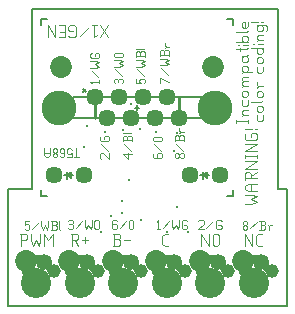
<source format=gbr>
G04 This is an RS-274x file exported by *
G04 gerbv version 2.7.0 *
G04 More information is available about gerbv at *
G04 http://gerbv.geda-project.org/ *
G04 --End of header info--*
%MOIN*%
%FSLAX36Y36*%
%IPPOS*%
G04 --Define apertures--*
%ADD10C,0.0060*%
%ADD11C,0.0030*%
%ADD12C,0.0040*%
%ADD13C,0.0050*%
%ADD14C,0.0100*%
%ADD15C,0.0250*%
%ADD16C,0.1005*%
%ADD17C,0.0729*%
%ADD18C,0.0532*%
%ADD19C,0.0454*%
%ADD20C,0.1162*%
%ADD21C,0.0572*%
%ADD22C,0.0790*%
%ADD23C,0.0490*%
%ADD24C,0.0300*%
%ADD25C,0.0200*%
%ADD26C,0.0510*%
%ADD27C,0.0940*%
%ADD28C,0.0350*%
%ADD29C,0.0130*%
G04 --Start main section--*
G54D10*
G01X0307530Y0727620D02*
G01X0291780Y0743370D01*
G01X0307530Y0743370D02*
G01X0291780Y0727620D01*
G54D11*
G01X0230920Y0533940D02*
G01X0245920Y0533940D01*
G01X0238420Y0563940D02*
G01X0238420Y0533940D01*
G01X0206920Y0533940D02*
G01X0221920Y0533940D01*
G01X0221920Y0548940D02*
G01X0221920Y0533940D01*
G01X0221920Y0548940D02*
G01X0218170Y0545190D01*
G01X0210670Y0545190D02*
G01X0218170Y0545190D01*
G01X0210670Y0545190D02*
G01X0206920Y0548940D01*
G01X0206920Y0560190D02*
G01X0206920Y0548940D01*
G01X0210670Y0563940D02*
G01X0206920Y0560190D01*
G01X0210670Y0563940D02*
G01X0218170Y0563940D01*
G01X0221920Y0560190D02*
G01X0218170Y0563940D01*
G01X0186670Y0533940D02*
G01X0182920Y0537690D01*
G01X0186670Y0533940D02*
G01X0194170Y0533940D01*
G01X0197920Y0537690D02*
G01X0194170Y0533940D01*
G01X0197920Y0560190D02*
G01X0197920Y0537690D01*
G01X0197920Y0560190D02*
G01X0194170Y0563940D01*
G01X0186670Y0547440D02*
G01X0182920Y0551190D01*
G01X0186670Y0547440D02*
G01X0197920Y0547440D01*
G01X0186670Y0563940D02*
G01X0194170Y0563940D01*
G01X0186670Y0563940D02*
G01X0182920Y0560190D01*
G01X0182920Y0560190D02*
G01X0182920Y0551190D01*
G01X0173920Y0560190D02*
G01X0170170Y0563940D01*
G01X0173920Y0560190D02*
G01X0173920Y0554190D01*
G01X0173920Y0554190D02*
G01X0168670Y0548940D01*
G01X0164170Y0548940D02*
G01X0168670Y0548940D01*
G01X0164170Y0548940D02*
G01X0158920Y0554190D01*
G01X0158920Y0560190D02*
G01X0158920Y0554190D01*
G01X0162670Y0563940D02*
G01X0158920Y0560190D01*
G01X0162670Y0563940D02*
G01X0170170Y0563940D01*
G01X0173920Y0543690D02*
G01X0168670Y0548940D01*
G01X0173920Y0543690D02*
G01X0173920Y0537690D01*
G01X0173920Y0537690D02*
G01X0170170Y0533940D01*
G01X0162670Y0533940D02*
G01X0170170Y0533940D01*
G01X0162670Y0533940D02*
G01X0158920Y0537690D01*
G01X0158920Y0543690D02*
G01X0158920Y0537690D01*
G01X0164170Y0548940D02*
G01X0158920Y0543690D01*
G01X0149920Y0563940D02*
G01X0149920Y0541440D01*
G01X0149920Y0541440D02*
G01X0144670Y0533940D01*
G01X0136420Y0533940D02*
G01X0144670Y0533940D01*
G01X0136420Y0533940D02*
G01X0131170Y0541440D01*
G01X0131170Y0563940D02*
G01X0131170Y0541440D01*
G01X0131170Y0548940D02*
G01X0149920Y0548940D01*
G01X0319570Y0529000D02*
G01X0315820Y0532750D01*
G01X0315820Y0544000D02*
G01X0315820Y0532750D01*
G01X0315820Y0544000D02*
G01X0319570Y0547750D01*
G01X0319570Y0547750D02*
G01X0327070Y0547750D01*
G01X0345820Y0529000D02*
G01X0327070Y0547750D01*
G01X0345820Y0547750D02*
G01X0345820Y0529000D01*
G01X0342070Y0556750D02*
G01X0319570Y0579250D01*
G01X0315820Y0603250D02*
G01X0319570Y0607000D01*
G01X0315820Y0603250D02*
G01X0315820Y0592000D01*
G01X0319570Y0588250D02*
G01X0315820Y0592000D01*
G01X0319570Y0588250D02*
G01X0342070Y0588250D01*
G01X0342070Y0588250D02*
G01X0345820Y0592000D01*
G01X0345820Y0603250D02*
G01X0345820Y0592000D01*
G01X0345820Y0603250D02*
G01X0342070Y0607000D01*
G01X0334570Y0607000D02*
G01X0342070Y0607000D01*
G01X0330820Y0603250D02*
G01X0334570Y0607000D01*
G01X0330820Y0603250D02*
G01X0330820Y0595750D01*
G01X0411140Y0529000D02*
G01X0392390Y0544000D01*
G01X0411140Y0547750D02*
G01X0411140Y0529000D01*
G01X0392390Y0544000D02*
G01X0422390Y0544000D01*
G01X0418640Y0556750D02*
G01X0396140Y0579250D01*
G01X0422390Y0603250D02*
G01X0422390Y0588250D01*
G01X0422390Y0603250D02*
G01X0418640Y0607000D01*
G01X0409640Y0607000D02*
G01X0418640Y0607000D01*
G01X0405890Y0603250D02*
G01X0409640Y0607000D01*
G01X0405890Y0603250D02*
G01X0405890Y0592000D01*
G01X0392390Y0592000D02*
G01X0422390Y0592000D01*
G01X0392390Y0603250D02*
G01X0392390Y0588250D01*
G01X0392390Y0603250D02*
G01X0396140Y0607000D01*
G01X0396140Y0607000D02*
G01X0402140Y0607000D01*
G01X0405890Y0603250D02*
G01X0402140Y0607000D01*
G01X0392390Y0616000D02*
G01X0418640Y0616000D01*
G01X0418640Y0616000D02*
G01X0422390Y0619750D01*
G01X0493970Y0544180D02*
G01X0497720Y0547930D01*
G01X0493970Y0544180D02*
G01X0493970Y0536680D01*
G01X0497720Y0532930D02*
G01X0493970Y0536680D01*
G01X0497720Y0532930D02*
G01X0520220Y0532930D01*
G01X0520220Y0532930D02*
G01X0523970Y0536680D01*
G01X0507470Y0544180D02*
G01X0511220Y0547930D01*
G01X0507470Y0544180D02*
G01X0507470Y0532930D01*
G01X0523970Y0544180D02*
G01X0523970Y0536680D01*
G01X0523970Y0544180D02*
G01X0520220Y0547930D01*
G01X0511220Y0547930D02*
G01X0520220Y0547930D01*
G01X0520220Y0556930D02*
G01X0497720Y0579430D01*
G01X0497720Y0588430D02*
G01X0520220Y0588430D01*
G01X0497720Y0588430D02*
G01X0493970Y0592180D01*
G01X0493970Y0599680D02*
G01X0493970Y0592180D01*
G01X0493970Y0599680D02*
G01X0497720Y0603430D01*
G01X0497720Y0603430D02*
G01X0520220Y0603430D01*
G01X0523970Y0599680D02*
G01X0520220Y0603430D01*
G01X0523970Y0599680D02*
G01X0523970Y0592180D01*
G01X0520220Y0588430D02*
G01X0523970Y0592180D01*
G01X0592860Y0532930D02*
G01X0596610Y0536680D01*
G01X0586860Y0532930D02*
G01X0592860Y0532930D01*
G01X0586860Y0532930D02*
G01X0581610Y0538180D01*
G01X0581610Y0542680D02*
G01X0581610Y0538180D01*
G01X0581610Y0542680D02*
G01X0586860Y0547930D01*
G01X0586860Y0547930D02*
G01X0592860Y0547930D01*
G01X0596610Y0544180D02*
G01X0592860Y0547930D01*
G01X0596610Y0544180D02*
G01X0596610Y0536680D01*
G01X0576360Y0532930D02*
G01X0581610Y0538180D01*
G01X0570360Y0532930D02*
G01X0576360Y0532930D01*
G01X0570360Y0532930D02*
G01X0566610Y0536680D01*
G01X0566610Y0544180D02*
G01X0566610Y0536680D01*
G01X0566610Y0544180D02*
G01X0570360Y0547930D01*
G01X0570360Y0547930D02*
G01X0576360Y0547930D01*
G01X0581610Y0542680D02*
G01X0576360Y0547930D01*
G01X0592860Y0556930D02*
G01X0570360Y0579430D01*
G01X0596610Y0603430D02*
G01X0596610Y0588430D01*
G01X0596610Y0603430D02*
G01X0592860Y0607180D01*
G01X0583860Y0607180D02*
G01X0592860Y0607180D01*
G01X0580110Y0603430D02*
G01X0583860Y0607180D01*
G01X0580110Y0603430D02*
G01X0580110Y0592180D01*
G01X0566610Y0592180D02*
G01X0596610Y0592180D01*
G01X0566610Y0603430D02*
G01X0566610Y0588430D01*
G01X0566610Y0603430D02*
G01X0570360Y0607180D01*
G01X0570360Y0607180D02*
G01X0576360Y0607180D01*
G01X0580110Y0603430D02*
G01X0576360Y0607180D01*
G01X0585360Y0619930D02*
G01X0596610Y0619930D01*
G01X0585360Y0619930D02*
G01X0581610Y0623680D01*
G01X0581610Y0631180D02*
G01X0581610Y0623680D01*
G01X0581610Y0616180D02*
G01X0585360Y0619930D01*
G54D12*
G01X0800000Y0280000D02*
G01X0800000Y0240000D01*
G01X0800000Y0280000D02*
G01X0825000Y0240000D01*
G01X0825000Y0280000D02*
G01X0825000Y0240000D01*
G01X0844000Y0240000D02*
G01X0857000Y0240000D01*
G01X0837000Y0247000D02*
G01X0844000Y0240000D01*
G01X0837000Y0273000D02*
G01X0837000Y0247000D01*
G01X0837000Y0273000D02*
G01X0844000Y0280000D01*
G01X0844000Y0280000D02*
G01X0857000Y0280000D01*
G54D11*
G01X0792930Y0297140D02*
G01X0796680Y0293390D01*
G01X0792930Y0303140D02*
G01X0792930Y0297140D01*
G01X0792930Y0303140D02*
G01X0798180Y0308390D01*
G01X0798180Y0308390D02*
G01X0802680Y0308390D01*
G01X0802680Y0308390D02*
G01X0807930Y0303140D01*
G01X0807930Y0303140D02*
G01X0807930Y0297140D01*
G01X0804180Y0293390D02*
G01X0807930Y0297140D01*
G01X0796680Y0293390D02*
G01X0804180Y0293390D01*
G01X0792930Y0313640D02*
G01X0798180Y0308390D01*
G01X0792930Y0319640D02*
G01X0792930Y0313640D01*
G01X0792930Y0319640D02*
G01X0796680Y0323390D01*
G01X0796680Y0323390D02*
G01X0804180Y0323390D01*
G01X0804180Y0323390D02*
G01X0807930Y0319640D01*
G01X0807930Y0319640D02*
G01X0807930Y0313640D01*
G01X0802680Y0308390D02*
G01X0807930Y0313640D01*
G01X0816930Y0297140D02*
G01X0839430Y0319640D01*
G01X0848430Y0293390D02*
G01X0863430Y0293390D01*
G01X0863430Y0293390D02*
G01X0867180Y0297140D01*
G01X0867180Y0306140D02*
G01X0867180Y0297140D01*
G01X0863430Y0309890D02*
G01X0867180Y0306140D01*
G01X0852180Y0309890D02*
G01X0863430Y0309890D01*
G01X0852180Y0323390D02*
G01X0852180Y0293390D01*
G01X0848430Y0323390D02*
G01X0863430Y0323390D01*
G01X0863430Y0323390D02*
G01X0867180Y0319640D01*
G01X0867180Y0319640D02*
G01X0867180Y0313640D01*
G01X0863430Y0309890D02*
G01X0867180Y0313640D01*
G01X0879930Y0304640D02*
G01X0879930Y0293390D01*
G01X0879930Y0304640D02*
G01X0883680Y0308390D01*
G01X0883680Y0308390D02*
G01X0891180Y0308390D01*
G01X0876180Y0308390D02*
G01X0879930Y0304640D01*
G54D12*
G01X0800000Y0380000D02*
G01X0820000Y0380000D01*
G01X0820000Y0380000D02*
G01X0840000Y0385000D01*
G01X0840000Y0385000D02*
G01X0820000Y0395000D01*
G01X0820000Y0395000D02*
G01X0840000Y0405000D01*
G01X0840000Y0405000D02*
G01X0820000Y0410000D01*
G01X0800000Y0410000D02*
G01X0820000Y0410000D01*
G01X0810000Y0422000D02*
G01X0840000Y0422000D01*
G01X0810000Y0422000D02*
G01X0800000Y0429000D01*
G01X0800000Y0440000D02*
G01X0800000Y0429000D01*
G01X0800000Y0440000D02*
G01X0810000Y0447000D01*
G01X0810000Y0447000D02*
G01X0840000Y0447000D01*
G01X0820000Y0447000D02*
G01X0820000Y0422000D01*
G01X0800000Y0479000D02*
G01X0800000Y0459000D01*
G01X0800000Y0479000D02*
G01X0805000Y0484000D01*
G01X0805000Y0484000D02*
G01X0815000Y0484000D01*
G01X0820000Y0479000D02*
G01X0815000Y0484000D01*
G01X0820000Y0479000D02*
G01X0820000Y0464000D01*
G01X0800000Y0464000D02*
G01X0840000Y0464000D01*
G01X0820000Y0472000D02*
G01X0840000Y0484000D01*
G01X0800000Y0496000D02*
G01X0840000Y0496000D01*
G01X0800000Y0496000D02*
G01X0840000Y0521000D01*
G01X0800000Y0521000D02*
G01X0840000Y0521000D01*
G01X0800000Y0543000D02*
G01X0800000Y0533000D01*
G01X0800000Y0538000D02*
G01X0840000Y0538000D01*
G01X0840000Y0543000D02*
G01X0840000Y0533000D01*
G01X0800000Y0555000D02*
G01X0840000Y0555000D01*
G01X0800000Y0555000D02*
G01X0840000Y0580000D01*
G01X0800000Y0580000D02*
G01X0840000Y0580000D01*
G01X0800000Y0612000D02*
G01X0805000Y0617000D01*
G01X0800000Y0612000D02*
G01X0800000Y0597000D01*
G01X0805000Y0592000D02*
G01X0800000Y0597000D01*
G01X0805000Y0592000D02*
G01X0835000Y0592000D01*
G01X0835000Y0592000D02*
G01X0840000Y0597000D01*
G01X0840000Y0612000D02*
G01X0840000Y0597000D01*
G01X0840000Y0612000D02*
G01X0835000Y0617000D01*
G01X0825000Y0617000D02*
G01X0835000Y0617000D01*
G01X0820000Y0612000D02*
G01X0825000Y0617000D01*
G01X0820000Y0612000D02*
G01X0820000Y0602000D01*
G01X0835000Y0629000D02*
G01X0840000Y0629000D01*
G01X0800000Y0629000D02*
G01X0825000Y0629000D01*
G01X0655000Y0280000D02*
G01X0655000Y0240000D01*
G01X0655000Y0280000D02*
G01X0680000Y0240000D01*
G01X0680000Y0280000D02*
G01X0680000Y0240000D01*
G01X0692000Y0275000D02*
G01X0692000Y0245000D01*
G01X0692000Y0275000D02*
G01X0697000Y0280000D01*
G01X0697000Y0280000D02*
G01X0707000Y0280000D01*
G01X0707000Y0280000D02*
G01X0712000Y0275000D01*
G01X0712000Y0275000D02*
G01X0712000Y0245000D01*
G01X0707000Y0240000D02*
G01X0712000Y0245000D01*
G01X0697000Y0240000D02*
G01X0707000Y0240000D01*
G01X0692000Y0245000D02*
G01X0697000Y0240000D01*
G01X0532000Y0240000D02*
G01X0545000Y0240000D01*
G01X0525000Y0247000D02*
G01X0532000Y0240000D01*
G01X0525000Y0273000D02*
G01X0525000Y0247000D01*
G01X0525000Y0273000D02*
G01X0532000Y0280000D01*
G01X0532000Y0280000D02*
G01X0545000Y0280000D01*
G01X0360000Y0240000D02*
G01X0380000Y0240000D01*
G01X0380000Y0240000D02*
G01X0385000Y0245000D01*
G01X0385000Y0257000D02*
G01X0385000Y0245000D01*
G01X0380000Y0262000D02*
G01X0385000Y0257000D01*
G01X0365000Y0262000D02*
G01X0380000Y0262000D01*
G01X0365000Y0280000D02*
G01X0365000Y0240000D01*
G01X0360000Y0280000D02*
G01X0380000Y0280000D01*
G01X0380000Y0280000D02*
G01X0385000Y0275000D01*
G01X0385000Y0275000D02*
G01X0385000Y0267000D01*
G01X0380000Y0262000D02*
G01X0385000Y0267000D01*
G01X0397000Y0260000D02*
G01X0417000Y0260000D01*
G01X0220000Y0280000D02*
G01X0240000Y0280000D01*
G01X0240000Y0280000D02*
G01X0245000Y0275000D01*
G01X0245000Y0275000D02*
G01X0245000Y0265000D01*
G01X0240000Y0260000D02*
G01X0245000Y0265000D01*
G01X0225000Y0260000D02*
G01X0240000Y0260000D01*
G01X0225000Y0280000D02*
G01X0225000Y0240000D01*
G01X0233000Y0260000D02*
G01X0245000Y0240000D01*
G01X0257000Y0260000D02*
G01X0277000Y0260000D01*
G01X0267000Y0270000D02*
G01X0267000Y0250000D01*
G01X0055000Y0280000D02*
G01X0055000Y0240000D01*
G01X0050000Y0280000D02*
G01X0070000Y0280000D01*
G01X0070000Y0280000D02*
G01X0075000Y0275000D01*
G01X0075000Y0275000D02*
G01X0075000Y0265000D01*
G01X0070000Y0260000D02*
G01X0075000Y0265000D01*
G01X0055000Y0260000D02*
G01X0070000Y0260000D01*
G01X0087000Y0280000D02*
G01X0087000Y0260000D01*
G01X0087000Y0260000D02*
G01X0092000Y0240000D01*
G01X0092000Y0240000D02*
G01X0102000Y0260000D01*
G01X0102000Y0260000D02*
G01X0112000Y0240000D01*
G01X0112000Y0240000D02*
G01X0117000Y0260000D01*
G01X0117000Y0280000D02*
G01X0117000Y0260000D01*
G01X0129000Y0280000D02*
G01X0129000Y0240000D01*
G01X0129000Y0280000D02*
G01X0144000Y0260000D01*
G01X0144000Y0260000D02*
G01X0159000Y0280000D01*
G01X0159000Y0280000D02*
G01X0159000Y0240000D01*
G54D11*
G01X0211360Y0321610D02*
G01X0215110Y0325360D01*
G01X0215110Y0325360D02*
G01X0222610Y0325360D01*
G01X0222610Y0325360D02*
G01X0226360Y0321610D01*
G01X0222610Y0295360D02*
G01X0226360Y0299110D01*
G01X0215110Y0295360D02*
G01X0222610Y0295360D01*
G01X0211360Y0299110D02*
G01X0215110Y0295360D01*
G01X0215110Y0311860D02*
G01X0222610Y0311860D01*
G01X0226360Y0321610D02*
G01X0226360Y0315610D01*
G01X0226360Y0308110D02*
G01X0226360Y0299110D01*
G01X0226360Y0308110D02*
G01X0222610Y0311860D01*
G01X0226360Y0315610D02*
G01X0222610Y0311860D01*
G01X0235360Y0299110D02*
G01X0257860Y0321610D01*
G01X0266860Y0325360D02*
G01X0266860Y0310360D01*
G01X0266860Y0310360D02*
G01X0270610Y0295360D01*
G01X0270610Y0295360D02*
G01X0278110Y0310360D01*
G01X0278110Y0310360D02*
G01X0285610Y0295360D01*
G01X0285610Y0295360D02*
G01X0289360Y0310360D01*
G01X0289360Y0325360D02*
G01X0289360Y0310360D01*
G01X0298360Y0321610D02*
G01X0298360Y0299110D01*
G01X0298360Y0321610D02*
G01X0302110Y0325360D01*
G01X0302110Y0325360D02*
G01X0309610Y0325360D01*
G01X0309610Y0325360D02*
G01X0313360Y0321610D01*
G01X0313360Y0321610D02*
G01X0313360Y0299110D01*
G01X0309610Y0295360D02*
G01X0313360Y0299110D01*
G01X0302110Y0295360D02*
G01X0309610Y0295360D01*
G01X0298360Y0299110D02*
G01X0302110Y0295360D01*
G01X0066360Y0322720D02*
G01X0081360Y0322720D01*
G01X0066360Y0322720D02*
G01X0066360Y0307720D01*
G01X0066360Y0307720D02*
G01X0070110Y0311470D01*
G01X0070110Y0311470D02*
G01X0077610Y0311470D01*
G01X0077610Y0311470D02*
G01X0081360Y0307720D01*
G01X0081360Y0307720D02*
G01X0081360Y0296470D01*
G01X0077610Y0292720D02*
G01X0081360Y0296470D01*
G01X0070110Y0292720D02*
G01X0077610Y0292720D01*
G01X0066360Y0296470D02*
G01X0070110Y0292720D01*
G01X0090360Y0296470D02*
G01X0112860Y0318970D01*
G01X0121860Y0322720D02*
G01X0121860Y0307720D01*
G01X0121860Y0307720D02*
G01X0125610Y0292720D01*
G01X0125610Y0292720D02*
G01X0133110Y0307720D01*
G01X0133110Y0307720D02*
G01X0140610Y0292720D01*
G01X0140610Y0292720D02*
G01X0144360Y0307720D01*
G01X0144360Y0322720D02*
G01X0144360Y0307720D01*
G01X0153360Y0292720D02*
G01X0168360Y0292720D01*
G01X0168360Y0292720D02*
G01X0172110Y0296470D01*
G01X0172110Y0305470D02*
G01X0172110Y0296470D01*
G01X0168360Y0309220D02*
G01X0172110Y0305470D01*
G01X0157110Y0309220D02*
G01X0168360Y0309220D01*
G01X0157110Y0322720D02*
G01X0157110Y0292720D01*
G01X0153360Y0322720D02*
G01X0168360Y0322720D01*
G01X0168360Y0322720D02*
G01X0172110Y0318970D01*
G01X0172110Y0318970D02*
G01X0172110Y0312970D01*
G01X0168360Y0309220D02*
G01X0172110Y0312970D01*
G01X0181110Y0322720D02*
G01X0181110Y0296470D01*
G01X0181110Y0296470D02*
G01X0184860Y0292720D01*
G01X0369180Y0326030D02*
G01X0372930Y0322280D01*
G01X0361680Y0326030D02*
G01X0369180Y0326030D01*
G01X0357930Y0322280D02*
G01X0361680Y0326030D01*
G01X0357930Y0322280D02*
G01X0357930Y0299780D01*
G01X0357930Y0299780D02*
G01X0361680Y0296030D01*
G01X0369180Y0312530D02*
G01X0372930Y0308780D01*
G01X0357930Y0312530D02*
G01X0369180Y0312530D01*
G01X0361680Y0296030D02*
G01X0369180Y0296030D01*
G01X0369180Y0296030D02*
G01X0372930Y0299780D01*
G01X0372930Y0308780D02*
G01X0372930Y0299780D01*
G01X0381930Y0299780D02*
G01X0404430Y0322280D01*
G01X0413430Y0322280D02*
G01X0413430Y0299780D01*
G01X0413430Y0322280D02*
G01X0417180Y0326030D01*
G01X0417180Y0326030D02*
G01X0424680Y0326030D01*
G01X0424680Y0326030D02*
G01X0428430Y0322280D01*
G01X0428430Y0322280D02*
G01X0428430Y0299780D01*
G01X0424680Y0296030D02*
G01X0428430Y0299780D01*
G01X0417180Y0296030D02*
G01X0424680Y0296030D01*
G01X0413430Y0299780D02*
G01X0417180Y0296030D01*
G01X0505770Y0318890D02*
G01X0511770Y0324890D01*
G01X0511770Y0324890D02*
G01X0511770Y0294890D01*
G01X0505770Y0294890D02*
G01X0517020Y0294890D01*
G01X0526020Y0298640D02*
G01X0548520Y0321140D01*
G01X0557520Y0324890D02*
G01X0557520Y0309890D01*
G01X0557520Y0309890D02*
G01X0561270Y0294890D01*
G01X0561270Y0294890D02*
G01X0568770Y0309890D01*
G01X0568770Y0309890D02*
G01X0576270Y0294890D01*
G01X0576270Y0294890D02*
G01X0580020Y0309890D01*
G01X0580020Y0324890D02*
G01X0580020Y0309890D01*
G01X0604020Y0324890D02*
G01X0607770Y0321140D01*
G01X0592770Y0324890D02*
G01X0604020Y0324890D01*
G01X0589020Y0321140D02*
G01X0592770Y0324890D01*
G01X0589020Y0321140D02*
G01X0589020Y0298640D01*
G01X0589020Y0298640D02*
G01X0592770Y0294890D01*
G01X0592770Y0294890D02*
G01X0604020Y0294890D01*
G01X0604020Y0294890D02*
G01X0607770Y0298640D01*
G01X0607770Y0306140D02*
G01X0607770Y0298640D01*
G01X0604020Y0309890D02*
G01X0607770Y0306140D01*
G01X0596520Y0309890D02*
G01X0604020Y0309890D01*
G01X0644000Y0320430D02*
G01X0647750Y0324180D01*
G01X0647750Y0324180D02*
G01X0659000Y0324180D01*
G01X0659000Y0324180D02*
G01X0662750Y0320430D01*
G01X0662750Y0320430D02*
G01X0662750Y0312930D01*
G01X0644000Y0294180D02*
G01X0662750Y0312930D01*
G01X0644000Y0294180D02*
G01X0662750Y0294180D01*
G01X0671750Y0297930D02*
G01X0694250Y0320430D01*
G01X0718250Y0324180D02*
G01X0722000Y0320430D01*
G01X0707000Y0324180D02*
G01X0718250Y0324180D01*
G01X0703250Y0320430D02*
G01X0707000Y0324180D01*
G01X0703250Y0320430D02*
G01X0703250Y0297930D01*
G01X0703250Y0297930D02*
G01X0707000Y0294180D01*
G01X0707000Y0294180D02*
G01X0718250Y0294180D01*
G01X0718250Y0294180D02*
G01X0722000Y0297930D01*
G01X0722000Y0305430D02*
G01X0722000Y0297930D01*
G01X0718250Y0309180D02*
G01X0722000Y0305430D01*
G01X0710750Y0309180D02*
G01X0718250Y0309180D01*
G01X0291110Y0780770D02*
G01X0285110Y0786770D01*
G01X0285110Y0786770D02*
G01X0315110Y0786770D01*
G01X0315110Y0792020D02*
G01X0315110Y0780770D01*
G01X0311360Y0801020D02*
G01X0288860Y0823520D01*
G01X0285110Y0832520D02*
G01X0300110Y0832520D01*
G01X0300110Y0832520D02*
G01X0315110Y0836270D01*
G01X0315110Y0836270D02*
G01X0300110Y0843770D01*
G01X0300110Y0843770D02*
G01X0315110Y0851270D01*
G01X0315110Y0851270D02*
G01X0300110Y0855020D01*
G01X0285110Y0855020D02*
G01X0300110Y0855020D01*
G01X0285110Y0879020D02*
G01X0288860Y0882770D01*
G01X0285110Y0879020D02*
G01X0285110Y0867770D01*
G01X0288860Y0864020D02*
G01X0285110Y0867770D01*
G01X0288860Y0864020D02*
G01X0311360Y0864020D01*
G01X0311360Y0864020D02*
G01X0315110Y0867770D01*
G01X0315110Y0879020D02*
G01X0315110Y0867770D01*
G01X0315110Y0879020D02*
G01X0311360Y0882770D01*
G01X0303860Y0882770D02*
G01X0311360Y0882770D01*
G01X0300110Y0879020D02*
G01X0303860Y0882770D01*
G01X0300110Y0879020D02*
G01X0300110Y0871520D01*
G01X0368390Y0781360D02*
G01X0364640Y0785110D01*
G01X0364640Y0792610D02*
G01X0364640Y0785110D01*
G01X0364640Y0792610D02*
G01X0368390Y0796360D01*
G01X0394640Y0792610D02*
G01X0390890Y0796360D01*
G01X0394640Y0792610D02*
G01X0394640Y0785110D01*
G01X0390890Y0781360D02*
G01X0394640Y0785110D01*
G01X0378140Y0792610D02*
G01X0378140Y0785110D01*
G01X0368390Y0796360D02*
G01X0374390Y0796360D01*
G01X0381890Y0796360D02*
G01X0390890Y0796360D01*
G01X0381890Y0796360D02*
G01X0378140Y0792610D01*
G01X0374390Y0796360D02*
G01X0378140Y0792610D01*
G01X0390890Y0805360D02*
G01X0368390Y0827860D01*
G01X0364640Y0836860D02*
G01X0379640Y0836860D01*
G01X0379640Y0836860D02*
G01X0394640Y0840610D01*
G01X0394640Y0840610D02*
G01X0379640Y0848110D01*
G01X0379640Y0848110D02*
G01X0394640Y0855610D01*
G01X0394640Y0855610D02*
G01X0379640Y0859360D01*
G01X0364640Y0859360D02*
G01X0379640Y0859360D01*
G01X0368390Y0868360D02*
G01X0390890Y0868360D01*
G01X0368390Y0868360D02*
G01X0364640Y0872110D01*
G01X0364640Y0879610D02*
G01X0364640Y0872110D01*
G01X0364640Y0879610D02*
G01X0368390Y0883360D01*
G01X0368390Y0883360D02*
G01X0390890Y0883360D01*
G01X0394640Y0879610D02*
G01X0390890Y0883360D01*
G01X0394640Y0879610D02*
G01X0394640Y0872110D01*
G01X0390890Y0868360D02*
G01X0394640Y0872110D01*
G01X0437280Y0796360D02*
G01X0437280Y0781360D01*
G01X0437280Y0781360D02*
G01X0452280Y0781360D01*
G01X0452280Y0781360D02*
G01X0448530Y0785110D01*
G01X0448530Y0792610D02*
G01X0448530Y0785110D01*
G01X0448530Y0792610D02*
G01X0452280Y0796360D01*
G01X0452280Y0796360D02*
G01X0463530Y0796360D01*
G01X0467280Y0792610D02*
G01X0463530Y0796360D01*
G01X0467280Y0792610D02*
G01X0467280Y0785110D01*
G01X0463530Y0781360D02*
G01X0467280Y0785110D01*
G01X0463530Y0805360D02*
G01X0441030Y0827860D01*
G01X0437280Y0836860D02*
G01X0452280Y0836860D01*
G01X0452280Y0836860D02*
G01X0467280Y0840610D01*
G01X0467280Y0840610D02*
G01X0452280Y0848110D01*
G01X0452280Y0848110D02*
G01X0467280Y0855610D01*
G01X0467280Y0855610D02*
G01X0452280Y0859360D01*
G01X0437280Y0859360D02*
G01X0452280Y0859360D01*
G01X0467280Y0883360D02*
G01X0467280Y0868360D01*
G01X0467280Y0883360D02*
G01X0463530Y0887110D01*
G01X0454530Y0887110D02*
G01X0463530Y0887110D01*
G01X0450780Y0883360D02*
G01X0454530Y0887110D01*
G01X0450780Y0883360D02*
G01X0450780Y0872110D01*
G01X0437280Y0872110D02*
G01X0467280Y0872110D01*
G01X0437280Y0883360D02*
G01X0437280Y0868360D01*
G01X0437280Y0883360D02*
G01X0441030Y0887110D01*
G01X0441030Y0887110D02*
G01X0447030Y0887110D01*
G01X0450780Y0883360D02*
G01X0447030Y0887110D01*
G01X0437280Y0896110D02*
G01X0463530Y0896110D01*
G01X0463530Y0896110D02*
G01X0467280Y0899860D01*
G01X0547790Y0785110D02*
G01X0517790Y0800110D01*
G01X0517790Y0800110D02*
G01X0517790Y0781360D01*
G01X0544040Y0809110D02*
G01X0521540Y0831610D01*
G01X0517790Y0840610D02*
G01X0532790Y0840610D01*
G01X0532790Y0840610D02*
G01X0547790Y0844360D01*
G01X0547790Y0844360D02*
G01X0532790Y0851860D01*
G01X0532790Y0851860D02*
G01X0547790Y0859360D01*
G01X0547790Y0859360D02*
G01X0532790Y0863110D01*
G01X0517790Y0863110D02*
G01X0532790Y0863110D01*
G01X0547790Y0887110D02*
G01X0547790Y0872110D01*
G01X0547790Y0887110D02*
G01X0544040Y0890860D01*
G01X0535040Y0890860D02*
G01X0544040Y0890860D01*
G01X0531290Y0887110D02*
G01X0535040Y0890860D01*
G01X0531290Y0887110D02*
G01X0531290Y0875860D01*
G01X0517790Y0875860D02*
G01X0547790Y0875860D01*
G01X0517790Y0887110D02*
G01X0517790Y0872110D01*
G01X0517790Y0887110D02*
G01X0521540Y0890860D01*
G01X0521540Y0890860D02*
G01X0527540Y0890860D01*
G01X0531290Y0887110D02*
G01X0527540Y0890860D01*
G01X0536540Y0903610D02*
G01X0547790Y0903610D01*
G01X0536540Y0903610D02*
G01X0532790Y0907360D01*
G01X0532790Y0914860D02*
G01X0532790Y0907360D01*
G01X0532790Y0899860D02*
G01X0536540Y0903610D01*
G54D12*
G01X0840000Y0675000D02*
G01X0840000Y0660000D01*
G01X0845000Y0655000D02*
G01X0840000Y0660000D01*
G01X0845000Y0655000D02*
G01X0855000Y0655000D01*
G01X0855000Y0655000D02*
G01X0860000Y0660000D01*
G01X0860000Y0675000D02*
G01X0860000Y0660000D01*
G01X0845000Y0687000D02*
G01X0855000Y0687000D01*
G01X0845000Y0687000D02*
G01X0840000Y0692000D01*
G01X0840000Y0702000D02*
G01X0840000Y0692000D01*
G01X0840000Y0702000D02*
G01X0845000Y0707000D01*
G01X0845000Y0707000D02*
G01X0855000Y0707000D01*
G01X0860000Y0702000D02*
G01X0855000Y0707000D01*
G01X0860000Y0702000D02*
G01X0860000Y0692000D01*
G01X0855000Y0687000D02*
G01X0860000Y0692000D01*
G01X0820000Y0719000D02*
G01X0855000Y0719000D01*
G01X0855000Y0719000D02*
G01X0860000Y0724000D01*
G01X0845000Y0734000D02*
G01X0855000Y0734000D01*
G01X0845000Y0734000D02*
G01X0840000Y0739000D01*
G01X0840000Y0749000D02*
G01X0840000Y0739000D01*
G01X0840000Y0749000D02*
G01X0845000Y0754000D01*
G01X0845000Y0754000D02*
G01X0855000Y0754000D01*
G01X0860000Y0749000D02*
G01X0855000Y0754000D01*
G01X0860000Y0749000D02*
G01X0860000Y0739000D01*
G01X0855000Y0734000D02*
G01X0860000Y0739000D01*
G01X0845000Y0771000D02*
G01X0860000Y0771000D01*
G01X0845000Y0771000D02*
G01X0840000Y0776000D01*
G01X0840000Y0786000D02*
G01X0840000Y0776000D01*
G01X0840000Y0766000D02*
G01X0845000Y0771000D01*
G01X0840000Y0836000D02*
G01X0840000Y0821000D01*
G01X0845000Y0816000D02*
G01X0840000Y0821000D01*
G01X0845000Y0816000D02*
G01X0855000Y0816000D01*
G01X0855000Y0816000D02*
G01X0860000Y0821000D01*
G01X0860000Y0836000D02*
G01X0860000Y0821000D01*
G01X0845000Y0848000D02*
G01X0855000Y0848000D01*
G01X0845000Y0848000D02*
G01X0840000Y0853000D01*
G01X0840000Y0863000D02*
G01X0840000Y0853000D01*
G01X0840000Y0863000D02*
G01X0845000Y0868000D01*
G01X0845000Y0868000D02*
G01X0855000Y0868000D01*
G01X0860000Y0863000D02*
G01X0855000Y0868000D01*
G01X0860000Y0863000D02*
G01X0860000Y0853000D01*
G01X0855000Y0848000D02*
G01X0860000Y0853000D01*
G01X0820000Y0900000D02*
G01X0860000Y0900000D01*
G01X0860000Y0895000D02*
G01X0855000Y0900000D01*
G01X0860000Y0895000D02*
G01X0860000Y0885000D01*
G01X0855000Y0880000D02*
G01X0860000Y0885000D01*
G01X0845000Y0880000D02*
G01X0855000Y0880000D01*
G01X0845000Y0880000D02*
G01X0840000Y0885000D01*
G01X0840000Y0895000D02*
G01X0840000Y0885000D01*
G01X0840000Y0895000D02*
G01X0845000Y0900000D01*
G54D13*
G01X0830000Y0912000D02*
G01X0831000Y0912000D01*
G54D12*
G01X0845000Y0912000D02*
G01X0860000Y0912000D01*
G01X0845000Y0927000D02*
G01X0860000Y0927000D01*
G01X0845000Y0927000D02*
G01X0840000Y0932000D01*
G01X0840000Y0937000D02*
G01X0840000Y0932000D01*
G01X0840000Y0937000D02*
G01X0845000Y0942000D01*
G01X0845000Y0942000D02*
G01X0860000Y0942000D01*
G01X0840000Y0922000D02*
G01X0845000Y0927000D01*
G01X0840000Y0969000D02*
G01X0845000Y0974000D01*
G01X0840000Y0969000D02*
G01X0840000Y0959000D01*
G01X0845000Y0954000D02*
G01X0840000Y0959000D01*
G01X0845000Y0954000D02*
G01X0855000Y0954000D01*
G01X0855000Y0954000D02*
G01X0860000Y0959000D01*
G01X0860000Y0969000D02*
G01X0860000Y0959000D01*
G01X0860000Y0969000D02*
G01X0855000Y0974000D01*
G01X0870000Y0954000D02*
G01X0875000Y0959000D01*
G01X0875000Y0969000D02*
G01X0875000Y0959000D01*
G01X0875000Y0969000D02*
G01X0870000Y0974000D01*
G01X0840000Y0974000D02*
G01X0870000Y0974000D01*
G01X0855000Y0986000D02*
G01X0860000Y0986000D01*
G01X0820000Y0986000D02*
G01X0845000Y0986000D01*
G01X0770000Y0660000D02*
G01X0770000Y0650000D01*
G01X0770000Y0655000D02*
G01X0810000Y0655000D01*
G01X0810000Y0660000D02*
G01X0810000Y0650000D01*
G01X0795000Y0677000D02*
G01X0810000Y0677000D01*
G01X0795000Y0677000D02*
G01X0790000Y0682000D01*
G01X0790000Y0687000D02*
G01X0790000Y0682000D01*
G01X0790000Y0687000D02*
G01X0795000Y0692000D01*
G01X0795000Y0692000D02*
G01X0810000Y0692000D01*
G01X0790000Y0672000D02*
G01X0795000Y0677000D01*
G01X0790000Y0724000D02*
G01X0790000Y0709000D01*
G01X0795000Y0704000D02*
G01X0790000Y0709000D01*
G01X0795000Y0704000D02*
G01X0805000Y0704000D01*
G01X0805000Y0704000D02*
G01X0810000Y0709000D01*
G01X0810000Y0724000D02*
G01X0810000Y0709000D01*
G01X0795000Y0736000D02*
G01X0805000Y0736000D01*
G01X0795000Y0736000D02*
G01X0790000Y0741000D01*
G01X0790000Y0751000D02*
G01X0790000Y0741000D01*
G01X0790000Y0751000D02*
G01X0795000Y0756000D01*
G01X0795000Y0756000D02*
G01X0805000Y0756000D01*
G01X0810000Y0751000D02*
G01X0805000Y0756000D01*
G01X0810000Y0751000D02*
G01X0810000Y0741000D01*
G01X0805000Y0736000D02*
G01X0810000Y0741000D01*
G01X0795000Y0773000D02*
G01X0810000Y0773000D01*
G01X0795000Y0773000D02*
G01X0790000Y0778000D01*
G01X0790000Y0783000D02*
G01X0790000Y0778000D01*
G01X0790000Y0783000D02*
G01X0795000Y0788000D01*
G01X0795000Y0788000D02*
G01X0810000Y0788000D01*
G01X0795000Y0788000D02*
G01X0790000Y0793000D01*
G01X0790000Y0798000D02*
G01X0790000Y0793000D01*
G01X0790000Y0798000D02*
G01X0795000Y0803000D01*
G01X0795000Y0803000D02*
G01X0810000Y0803000D01*
G01X0790000Y0768000D02*
G01X0795000Y0773000D01*
G01X0795000Y0820000D02*
G01X0825000Y0820000D01*
G01X0790000Y0815000D02*
G01X0795000Y0820000D01*
G01X0795000Y0820000D02*
G01X0790000Y0825000D01*
G01X0790000Y0835000D02*
G01X0790000Y0825000D01*
G01X0790000Y0835000D02*
G01X0795000Y0840000D01*
G01X0795000Y0840000D02*
G01X0805000Y0840000D01*
G01X0810000Y0835000D02*
G01X0805000Y0840000D01*
G01X0810000Y0835000D02*
G01X0810000Y0825000D01*
G01X0805000Y0820000D02*
G01X0810000Y0825000D01*
G01X0790000Y0867000D02*
G01X0795000Y0872000D01*
G01X0790000Y0867000D02*
G01X0790000Y0857000D01*
G01X0795000Y0852000D02*
G01X0790000Y0857000D01*
G01X0795000Y0852000D02*
G01X0805000Y0852000D01*
G01X0805000Y0852000D02*
G01X0810000Y0857000D01*
G01X0790000Y0872000D02*
G01X0805000Y0872000D01*
G01X0805000Y0872000D02*
G01X0810000Y0877000D01*
G01X0810000Y0867000D02*
G01X0810000Y0857000D01*
G01X0810000Y0867000D02*
G01X0805000Y0872000D01*
G01X0770000Y0894000D02*
G01X0805000Y0894000D01*
G01X0805000Y0894000D02*
G01X0810000Y0899000D01*
G01X0785000Y0899000D02*
G01X0785000Y0889000D01*
G54D13*
G01X0780000Y0909000D02*
G01X0781000Y0909000D01*
G54D12*
G01X0795000Y0909000D02*
G01X0810000Y0909000D01*
G01X0770000Y0919000D02*
G01X0810000Y0919000D01*
G01X0805000Y0919000D02*
G01X0810000Y0924000D01*
G01X0810000Y0934000D02*
G01X0810000Y0924000D01*
G01X0810000Y0934000D02*
G01X0805000Y0939000D01*
G01X0795000Y0939000D02*
G01X0805000Y0939000D01*
G01X0790000Y0934000D02*
G01X0795000Y0939000D01*
G01X0790000Y0934000D02*
G01X0790000Y0924000D01*
G01X0795000Y0919000D02*
G01X0790000Y0924000D01*
G01X0770000Y0951000D02*
G01X0805000Y0951000D01*
G01X0805000Y0951000D02*
G01X0810000Y0956000D01*
G01X0810000Y0986000D02*
G01X0810000Y0971000D01*
G01X0805000Y0966000D02*
G01X0810000Y0971000D01*
G01X0795000Y0966000D02*
G01X0805000Y0966000D01*
G01X0795000Y0966000D02*
G01X0790000Y0971000D01*
G01X0790000Y0981000D02*
G01X0790000Y0971000D01*
G01X0790000Y0981000D02*
G01X0795000Y0986000D01*
G01X0800000Y0986000D02*
G01X0800000Y0966000D01*
G01X0795000Y0986000D02*
G01X0800000Y0986000D01*
G54D10*
G01X0672440Y0475200D02*
G01X0680310Y0475200D01*
G01X0650790Y0475200D02*
G01X0658660Y0475200D01*
G01X0658660Y0487010D02*
G01X0658660Y0463390D01*
G01X0672440Y0485040D02*
G01X0672440Y0465350D01*
G01X0662600Y0475200D02*
G01X0672440Y0485040D01*
G01X0672440Y0465350D02*
G01X0662600Y0475200D01*
G01X0219490Y0464610D02*
G01X0209650Y0474450D01*
G01X0209650Y0474450D02*
G01X0219490Y0484290D01*
G01X0219490Y0484290D02*
G01X0219490Y0464610D01*
G01X0205710Y0486260D02*
G01X0205710Y0462640D01*
G01X0197830Y0474450D02*
G01X0205710Y0474450D01*
G01X0219490Y0474450D02*
G01X0227360Y0474450D01*
G54D14*
G01X0300390Y0735430D02*
G01X0300390Y0664570D01*
G01X0579920Y0735430D02*
G01X0579920Y0664570D01*
G54D10*
G01X0225590Y0735430D02*
G01X0656690Y0735430D01*
G01X0225590Y0664570D02*
G01X0656690Y0664570D01*
G01X0432280Y0700000D02*
G01X0448030Y0700000D01*
G01X0440160Y0707870D02*
G01X0440160Y0692130D01*
G01X0759060Y0995280D02*
G01X0759060Y0975590D01*
G01X0739370Y0995280D02*
G01X0759060Y0995280D01*
G01X0121260Y0995280D02*
G01X0121260Y0975590D01*
G01X0121260Y0995280D02*
G01X0140940Y0995280D01*
G01X0759060Y0424410D02*
G01X0759060Y0404720D01*
G01X0739370Y0404720D02*
G01X0759060Y0404720D01*
G01X0121260Y0424410D02*
G01X0121260Y0404720D01*
G01X0121260Y0404720D02*
G01X0140940Y0404720D01*
G01X0268900Y0751180D02*
G01X0259060Y0761020D01*
G01X0268900Y0761020D02*
G01X0259060Y0751180D01*
G54D15*
G01X0069570Y0189800D02*
G01X0069570Y0150430D01*
G01X0069570Y0150430D02*
G01X0105000Y0115000D01*
G01X0069570Y0195000D02*
G01X0119490Y0195000D01*
G01X0164060Y0154370D02*
G01X0160120Y0154370D01*
G01X0119490Y0195000D02*
G01X0160120Y0154370D01*
G01X0214570Y0189800D02*
G01X0214570Y0150430D01*
G01X0214570Y0150430D02*
G01X0250000Y0115000D01*
G01X0214570Y0195000D02*
G01X0264490Y0195000D01*
G01X0309060Y0154370D02*
G01X0305120Y0154370D01*
G01X0264490Y0195000D02*
G01X0305120Y0154370D01*
G01X0359570Y0189800D02*
G01X0359570Y0150430D01*
G01X0359570Y0150430D02*
G01X0395000Y0115000D01*
G01X0359570Y0195000D02*
G01X0409490Y0195000D01*
G01X0454060Y0154370D02*
G01X0450120Y0154370D01*
G01X0409490Y0195000D02*
G01X0450120Y0154370D01*
G01X0504570Y0189800D02*
G01X0504570Y0150430D01*
G01X0504570Y0150430D02*
G01X0540000Y0115000D01*
G01X0504570Y0195000D02*
G01X0554490Y0195000D01*
G01X0599060Y0154370D02*
G01X0595120Y0154370D01*
G01X0554490Y0195000D02*
G01X0595120Y0154370D01*
G01X0649570Y0189800D02*
G01X0649570Y0150430D01*
G01X0649570Y0150430D02*
G01X0685000Y0115000D01*
G01X0649570Y0195000D02*
G01X0699490Y0195000D01*
G01X0744060Y0154370D02*
G01X0740120Y0154370D01*
G01X0699490Y0195000D02*
G01X0740120Y0154370D01*
G01X0794570Y0189800D02*
G01X0794570Y0150430D01*
G01X0794570Y0150430D02*
G01X0830000Y0115000D01*
G01X0794570Y0195000D02*
G01X0844490Y0195000D01*
G01X0889060Y0154370D02*
G01X0885120Y0154370D01*
G01X0844490Y0195000D02*
G01X0885120Y0154370D01*
G54D12*
G01X0342860Y0975400D02*
G01X0317860Y0935400D01*
G01X0342860Y0935400D02*
G01X0317860Y0975400D01*
G01X0305860Y0943400D02*
G01X0297860Y0935400D01*
G01X0297860Y0975400D02*
G01X0297860Y0935400D01*
G01X0290860Y0975400D02*
G01X0305860Y0975400D01*
G01X0278860Y0970400D02*
G01X0248860Y0940400D01*
G01X0216860Y0935400D02*
G01X0211860Y0940400D01*
G01X0216860Y0935400D02*
G01X0231860Y0935400D01*
G01X0236860Y0940400D02*
G01X0231860Y0935400D01*
G01X0236860Y0970400D02*
G01X0236860Y0940400D01*
G01X0236860Y0970400D02*
G01X0231860Y0975400D01*
G01X0216860Y0975400D02*
G01X0231860Y0975400D01*
G01X0216860Y0975400D02*
G01X0211860Y0970400D01*
G01X0211860Y0970400D02*
G01X0211860Y0960400D01*
G01X0216860Y0955400D02*
G01X0211860Y0960400D01*
G01X0216860Y0955400D02*
G01X0226860Y0955400D01*
G01X0184860Y0953400D02*
G01X0199860Y0953400D01*
G01X0179860Y0975400D02*
G01X0199860Y0975400D01*
G01X0199860Y0975400D02*
G01X0199860Y0935400D01*
G01X0179860Y0935400D02*
G01X0199860Y0935400D01*
G01X0167860Y0975400D02*
G01X0167860Y0935400D01*
G01X0167860Y0935400D02*
G01X0142860Y0975400D01*
G01X0142860Y0975400D02*
G01X0142860Y0935400D01*
G01X0000000Y0000000D02*
G54D10*
G01X0090000Y0430000D02*
G01X0010000Y0430000D01*
G01X0010000Y0430000D02*
G01X0010000Y0040000D01*
G01X0010000Y0040000D02*
G01X0940000Y0040000D01*
G01X0940000Y0430000D02*
G01X0940000Y0040000D01*
G01X0090000Y1030000D02*
G01X0090000Y0430000D01*
G01X0090000Y1030000D02*
G01X0910000Y1030000D01*
G01X0910000Y1030000D02*
G01X0910000Y0430000D01*
G01X0910000Y0430000D02*
G01X0940000Y0430000D01*
G01X0000000Y0000000D02*
G54D16*
G01X0105000Y0115000D03*
G54D17*
G01X0069570Y0189800D03*
G54D18*
G01X0128620Y0185870D03*
G54D19*
G01X0164060Y0154370D03*
G54D16*
G01X0250000Y0115000D03*
G54D17*
G01X0214570Y0189800D03*
G54D19*
G01X0309060Y0154370D03*
G54D17*
G01X0188190Y0835040D03*
G54D20*
G01X0180310Y0700000D03*
G54D21*
G01X0460240Y0735430D03*
G01X0379920Y0735430D03*
G01X0299610Y0735430D03*
G01X0615350Y0475200D03*
G01X0715750Y0475200D03*
G54D17*
G01X0692130Y0835040D03*
G54D20*
G01X0700000Y0700000D03*
G54D21*
G01X0540550Y0735430D03*
G01X0420080Y0664570D03*
G01X0339760Y0664570D03*
G01X0164570Y0475200D03*
G01X0264960Y0475200D03*
G01X0500390Y0664570D03*
G01X0580710Y0664570D03*
G54D18*
G01X0273620Y0185870D03*
G54D17*
G01X0359570Y0189800D03*
G54D18*
G01X0418620Y0185870D03*
G54D16*
G01X0395000Y0115000D03*
G54D19*
G01X0454060Y0154370D03*
G54D16*
G01X0540000Y0115000D03*
G54D19*
G01X0599060Y0154370D03*
G54D16*
G01X0685000Y0115000D03*
G54D17*
G01X0504570Y0189800D03*
G54D18*
G01X0563620Y0185870D03*
G54D17*
G01X0649570Y0189800D03*
G54D18*
G01X0708620Y0185870D03*
G54D19*
G01X0744060Y0154370D03*
G54D16*
G01X0830000Y0115000D03*
G54D19*
G01X0889060Y0154370D03*
G54D17*
G01X0794570Y0189800D03*
G54D18*
G01X0853620Y0185870D03*
G01X0000000Y0000000D02*
G54D14*
G01X0320000Y0285000D03*
G01X0355000Y0340000D03*
G01X0390000Y0390000D03*
G01X0390000Y0350000D03*
G01X0455000Y0325000D03*
G01X0540000Y0285000D03*
G01X0575000Y0370000D03*
G01X0610000Y0285000D03*
G54D29*
G01X0262000Y0569000D03*
G01X0275000Y0640000D03*
G01X0333000Y0619000D03*
G01X0395000Y0625000D03*
G01X0415000Y0460000D03*
G01X0421000Y0711000D03*
G01X0450000Y0630000D03*
G01X0505000Y0618000D03*
G01X0565000Y0555000D03*
G01X0575000Y0615000D03*
G54D25*
G01X0164100Y0154400D03*
G01X0309100Y0154400D03*
G01X0454100Y0154400D03*
G01X0599100Y0154400D03*
G01X0744100Y0154400D03*
G01X0889100Y0154400D03*
G54D24*
G01X0128600Y0185900D03*
G01X0273600Y0185900D03*
G01X0418600Y0185900D03*
G01X0563600Y0185900D03*
G01X0708600Y0185900D03*
G01X0853600Y0185900D03*
G54D28*
G01X0164600Y0475200D03*
G01X0265000Y0475200D03*
G01X0299600Y0735400D03*
G01X0339800Y0664600D03*
G01X0379900Y0735400D03*
G01X0420100Y0664600D03*
G01X0460200Y0735400D03*
G01X0500400Y0664600D03*
G01X0540600Y0735400D03*
G01X0580700Y0664600D03*
G01X0615400Y0475200D03*
G01X0715700Y0475200D03*
G54D23*
G01X0069600Y0189800D03*
G01X0214600Y0189800D03*
G01X0359600Y0189800D03*
G01X0504600Y0189800D03*
G01X0649600Y0189800D03*
G01X0794600Y0189800D03*
G54D26*
G01X0188200Y0835000D03*
G01X0692100Y0835000D03*
G54D22*
G01X0105000Y0115000D03*
G01X0250000Y0115000D03*
G01X0395000Y0115000D03*
G01X0540000Y0115000D03*
G01X0685000Y0115000D03*
G01X0830000Y0115000D03*
G54D27*
G01X0180300Y0700000D03*
G01X0700000Y0700000D03*
M02*

</source>
